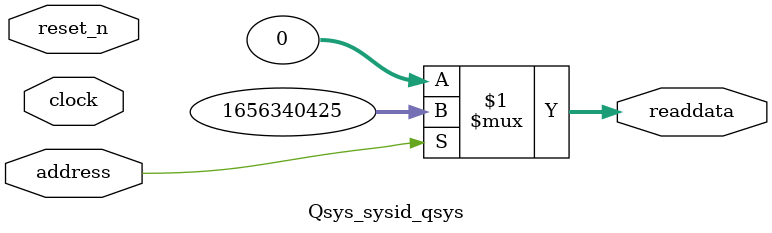
<source format=v>



// synthesis translate_off
`timescale 1ns / 1ps
// synthesis translate_on

// turn off superfluous verilog processor warnings 
// altera message_level Level1 
// altera message_off 10034 10035 10036 10037 10230 10240 10030 

module Qsys_sysid_qsys (
               // inputs:
                address,
                clock,
                reset_n,

               // outputs:
                readdata
             )
;

  output  [ 31: 0] readdata;
  input            address;
  input            clock;
  input            reset_n;

  wire    [ 31: 0] readdata;
  //control_slave, which is an e_avalon_slave
  assign readdata = address ? 1656340425 : 0;

endmodule



</source>
